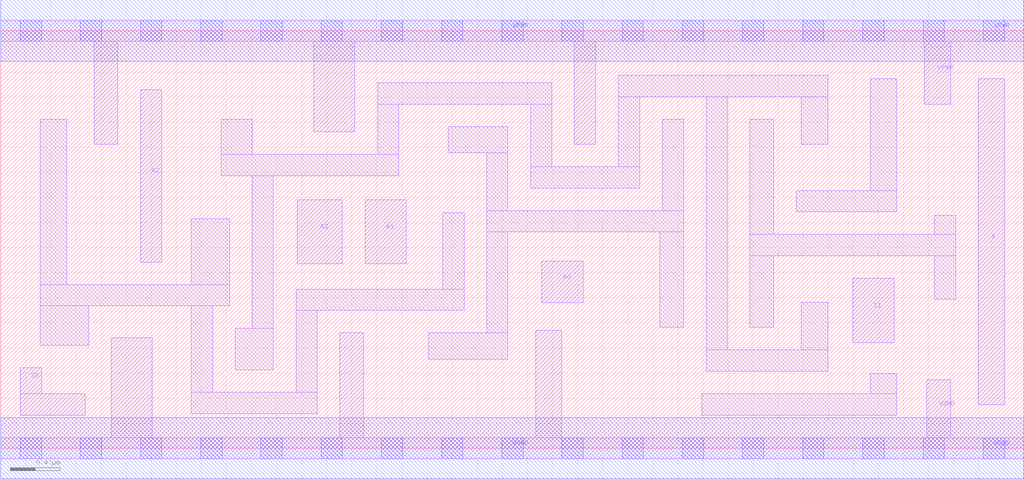
<source format=lef>
# Copyright 2020 The SkyWater PDK Authors
#
# Licensed under the Apache License, Version 2.0 (the "License");
# you may not use this file except in compliance with the License.
# You may obtain a copy of the License at
#
#     https://www.apache.org/licenses/LICENSE-2.0
#
# Unless required by applicable law or agreed to in writing, software
# distributed under the License is distributed on an "AS IS" BASIS,
# WITHOUT WARRANTIES OR CONDITIONS OF ANY KIND, either express or implied.
# See the License for the specific language governing permissions and
# limitations under the License.
#
# SPDX-License-Identifier: Apache-2.0

VERSION 5.7 ;
  NAMESCASESENSITIVE ON ;
  NOWIREEXTENSIONATPIN ON ;
  DIVIDERCHAR "/" ;
  BUSBITCHARS "[]" ;
UNITS
  DATABASE MICRONS 200 ;
END UNITS
MACRO sky130_fd_sc_lp__mux4_m
  CLASS CORE ;
  SOURCE USER ;
  FOREIGN sky130_fd_sc_lp__mux4_m ;
  ORIGIN  0.000000  0.000000 ;
  SIZE  8.160000 BY  3.330000 ;
  SYMMETRY X Y R90 ;
  SITE unit ;
  PIN A0
    ANTENNAGATEAREA  0.126000 ;
    DIRECTION INPUT ;
    USE SIGNAL ;
    PORT
      LAYER li1 ;
        RECT 4.315000 1.160000 4.645000 1.490000 ;
    END
  END A0
  PIN A1
    ANTENNAGATEAREA  0.126000 ;
    DIRECTION INPUT ;
    USE SIGNAL ;
    PORT
      LAYER li1 ;
        RECT 2.905000 1.470000 3.235000 1.980000 ;
    END
  END A1
  PIN A2
    ANTENNAGATEAREA  0.126000 ;
    DIRECTION INPUT ;
    USE SIGNAL ;
    PORT
      LAYER li1 ;
        RECT 1.115000 1.485000 1.285000 2.860000 ;
    END
  END A2
  PIN A3
    ANTENNAGATEAREA  0.126000 ;
    DIRECTION INPUT ;
    USE SIGNAL ;
    PORT
      LAYER li1 ;
        RECT 2.365000 1.470000 2.725000 1.980000 ;
    END
  END A3
  PIN S0
    ANTENNAGATEAREA  0.378000 ;
    DIRECTION INPUT ;
    USE SIGNAL ;
    PORT
      LAYER li1 ;
        RECT 0.155000 0.265000 0.675000 0.435000 ;
        RECT 0.155000 0.435000 0.325000 0.640000 ;
    END
  END S0
  PIN S1
    ANTENNAGATEAREA  0.252000 ;
    DIRECTION INPUT ;
    USE SIGNAL ;
    PORT
      LAYER li1 ;
        RECT 6.795000 0.840000 7.125000 1.355000 ;
    END
  END S1
  PIN X
    ANTENNADIFFAREA  0.222600 ;
    DIRECTION OUTPUT ;
    USE SIGNAL ;
    PORT
      LAYER li1 ;
        RECT 7.795000 0.345000 8.005000 2.945000 ;
    END
  END X
  PIN VGND
    DIRECTION INOUT ;
    USE GROUND ;
    PORT
      LAYER li1 ;
        RECT 0.000000 -0.085000 8.160000 0.085000 ;
        RECT 0.880000  0.085000 1.210000 0.880000 ;
        RECT 2.705000  0.085000 2.895000 0.920000 ;
        RECT 4.265000  0.085000 4.475000 0.940000 ;
        RECT 7.385000  0.085000 7.575000 0.545000 ;
      LAYER mcon ;
        RECT 0.155000 -0.085000 0.325000 0.085000 ;
        RECT 0.635000 -0.085000 0.805000 0.085000 ;
        RECT 1.115000 -0.085000 1.285000 0.085000 ;
        RECT 1.595000 -0.085000 1.765000 0.085000 ;
        RECT 2.075000 -0.085000 2.245000 0.085000 ;
        RECT 2.555000 -0.085000 2.725000 0.085000 ;
        RECT 3.035000 -0.085000 3.205000 0.085000 ;
        RECT 3.515000 -0.085000 3.685000 0.085000 ;
        RECT 3.995000 -0.085000 4.165000 0.085000 ;
        RECT 4.475000 -0.085000 4.645000 0.085000 ;
        RECT 4.955000 -0.085000 5.125000 0.085000 ;
        RECT 5.435000 -0.085000 5.605000 0.085000 ;
        RECT 5.915000 -0.085000 6.085000 0.085000 ;
        RECT 6.395000 -0.085000 6.565000 0.085000 ;
        RECT 6.875000 -0.085000 7.045000 0.085000 ;
        RECT 7.355000 -0.085000 7.525000 0.085000 ;
        RECT 7.835000 -0.085000 8.005000 0.085000 ;
      LAYER met1 ;
        RECT 0.000000 -0.245000 8.160000 0.245000 ;
    END
  END VGND
  PIN VPWR
    DIRECTION INOUT ;
    USE POWER ;
    PORT
      LAYER li1 ;
        RECT 0.000000 3.245000 8.160000 3.415000 ;
        RECT 0.745000 2.425000 0.935000 3.245000 ;
        RECT 2.495000 2.525000 2.825000 3.245000 ;
        RECT 4.575000 2.425000 4.745000 3.245000 ;
        RECT 7.365000 2.745000 7.575000 3.245000 ;
      LAYER mcon ;
        RECT 0.155000 3.245000 0.325000 3.415000 ;
        RECT 0.635000 3.245000 0.805000 3.415000 ;
        RECT 1.115000 3.245000 1.285000 3.415000 ;
        RECT 1.595000 3.245000 1.765000 3.415000 ;
        RECT 2.075000 3.245000 2.245000 3.415000 ;
        RECT 2.555000 3.245000 2.725000 3.415000 ;
        RECT 3.035000 3.245000 3.205000 3.415000 ;
        RECT 3.515000 3.245000 3.685000 3.415000 ;
        RECT 3.995000 3.245000 4.165000 3.415000 ;
        RECT 4.475000 3.245000 4.645000 3.415000 ;
        RECT 4.955000 3.245000 5.125000 3.415000 ;
        RECT 5.435000 3.245000 5.605000 3.415000 ;
        RECT 5.915000 3.245000 6.085000 3.415000 ;
        RECT 6.395000 3.245000 6.565000 3.415000 ;
        RECT 6.875000 3.245000 7.045000 3.415000 ;
        RECT 7.355000 3.245000 7.525000 3.415000 ;
        RECT 7.835000 3.245000 8.005000 3.415000 ;
      LAYER met1 ;
        RECT 0.000000 3.085000 8.160000 3.575000 ;
    END
  END VPWR
  OBS
    LAYER li1 ;
      RECT 0.315000 0.820000 0.700000 1.135000 ;
      RECT 0.315000 1.135000 1.825000 1.305000 ;
      RECT 0.315000 1.305000 0.525000 2.625000 ;
      RECT 1.520000 0.275000 2.525000 0.445000 ;
      RECT 1.520000 0.445000 1.690000 1.135000 ;
      RECT 1.520000 1.305000 1.825000 1.830000 ;
      RECT 1.760000 2.175000 3.175000 2.345000 ;
      RECT 1.760000 2.345000 2.005000 2.625000 ;
      RECT 1.870000 0.625000 2.175000 0.955000 ;
      RECT 2.005000 0.955000 2.175000 2.175000 ;
      RECT 2.355000 0.445000 2.525000 1.100000 ;
      RECT 2.355000 1.100000 3.695000 1.270000 ;
      RECT 3.005000 2.345000 3.175000 2.745000 ;
      RECT 3.005000 2.745000 4.395000 2.915000 ;
      RECT 3.415000 0.710000 4.045000 0.920000 ;
      RECT 3.525000 1.270000 3.695000 1.880000 ;
      RECT 3.570000 2.355000 4.045000 2.565000 ;
      RECT 3.875000 0.920000 4.045000 1.725000 ;
      RECT 3.875000 1.725000 5.445000 1.895000 ;
      RECT 3.875000 1.895000 4.045000 2.355000 ;
      RECT 4.225000 2.075000 5.095000 2.245000 ;
      RECT 4.225000 2.245000 4.395000 2.745000 ;
      RECT 4.925000 2.245000 5.095000 2.805000 ;
      RECT 4.925000 2.805000 6.595000 2.975000 ;
      RECT 5.255000 0.965000 5.445000 1.725000 ;
      RECT 5.275000 1.895000 5.445000 2.625000 ;
      RECT 5.590000 0.265000 7.145000 0.435000 ;
      RECT 5.625000 0.615000 6.595000 0.785000 ;
      RECT 5.625000 0.785000 5.795000 2.805000 ;
      RECT 5.975000 0.965000 6.165000 1.535000 ;
      RECT 5.975000 1.535000 7.615000 1.705000 ;
      RECT 5.975000 1.705000 6.165000 2.625000 ;
      RECT 6.345000 1.885000 7.145000 2.055000 ;
      RECT 6.385000 0.785000 6.595000 1.165000 ;
      RECT 6.385000 2.425000 6.595000 2.805000 ;
      RECT 6.935000 0.435000 7.145000 0.595000 ;
      RECT 6.935000 2.055000 7.145000 2.945000 ;
      RECT 7.445000 1.190000 7.615000 1.535000 ;
      RECT 7.445000 1.705000 7.615000 1.860000 ;
  END
END sky130_fd_sc_lp__mux4_m

</source>
